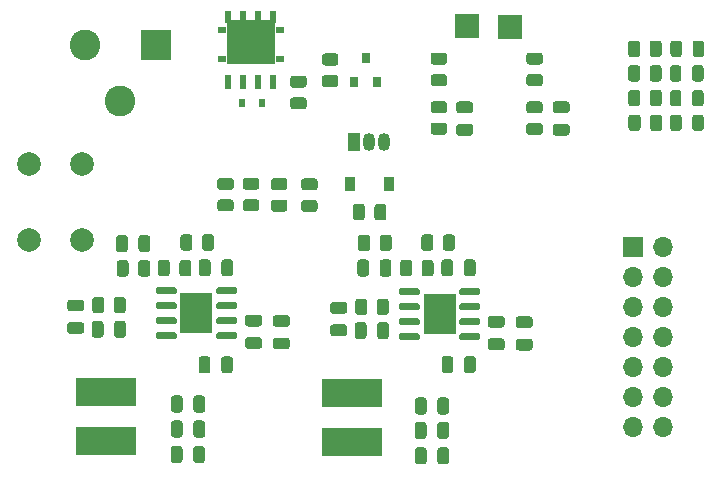
<source format=gts>
%TF.GenerationSoftware,KiCad,Pcbnew,(5.1.10)-1*%
%TF.CreationDate,2021-08-21T14:03:18+05:30*%
%TF.ProjectId,5V_DC-DC_Converter,35565f44-432d-4444-935f-436f6e766572,v01*%
%TF.SameCoordinates,Original*%
%TF.FileFunction,Soldermask,Top*%
%TF.FilePolarity,Negative*%
%FSLAX46Y46*%
G04 Gerber Fmt 4.6, Leading zero omitted, Abs format (unit mm)*
G04 Created by KiCad (PCBNEW (5.1.10)-1) date 2021-08-21 14:03:18*
%MOMM*%
%LPD*%
G01*
G04 APERTURE LIST*
%ADD10R,0.610000X1.270000*%
%ADD11R,0.755000X0.600000*%
%ADD12R,4.100000X3.810000*%
%ADD13R,0.610000X1.020000*%
%ADD14C,2.000000*%
%ADD15R,5.100000X2.350000*%
%ADD16R,0.600000X0.800000*%
%ADD17R,2.000000X2.000000*%
%ADD18R,0.800000X0.900000*%
%ADD19R,1.050000X1.500000*%
%ADD20O,1.050000X1.500000*%
%ADD21R,0.900000X1.200000*%
%ADD22O,1.700000X1.700000*%
%ADD23R,1.700000X1.700000*%
%ADD24C,2.600000*%
%ADD25R,2.600000X2.600000*%
%ADD26R,2.710000X3.400000*%
G04 APERTURE END LIST*
D10*
%TO.C,PMOS1*%
X137949940Y-86304580D03*
X136679940Y-86304580D03*
X135409940Y-86304580D03*
D11*
X133629400Y-84373720D03*
D12*
X136044940Y-82944580D03*
D10*
X134139940Y-86304580D03*
D13*
X135409940Y-80839580D03*
X137949940Y-80839580D03*
X134139940Y-80839580D03*
X136679940Y-80839580D03*
D11*
X133626860Y-81919520D03*
X138470640Y-81943640D03*
X138468100Y-84368980D03*
%TD*%
D14*
%TO.C,SW1*%
X121766720Y-99715320D03*
X117266720Y-99715320D03*
X121766720Y-93215320D03*
X117266720Y-93215320D03*
%TD*%
D15*
%TO.C,L2*%
X123736100Y-112529980D03*
X123736100Y-116679980D03*
%TD*%
%TO.C,L1*%
X144584420Y-116779040D03*
X144584420Y-112629040D03*
%TD*%
D16*
%TO.C,Z1*%
X135255900Y-88132920D03*
X136955900Y-88132920D03*
%TD*%
D17*
%TO.C,GND*%
X157982920Y-81643220D03*
%TD*%
%TO.C,+ve*%
X154383740Y-81602580D03*
%TD*%
%TO.C,R21*%
G36*
G01*
X131895800Y-100350741D02*
X131895800Y-99450739D01*
G75*
G02*
X132145799Y-99200740I249999J0D01*
G01*
X132670801Y-99200740D01*
G75*
G02*
X132920800Y-99450739I0J-249999D01*
G01*
X132920800Y-100350741D01*
G75*
G02*
X132670801Y-100600740I-249999J0D01*
G01*
X132145799Y-100600740D01*
G75*
G02*
X131895800Y-100350741I0J249999D01*
G01*
G37*
G36*
G01*
X130070800Y-100350741D02*
X130070800Y-99450739D01*
G75*
G02*
X130320799Y-99200740I249999J0D01*
G01*
X130845801Y-99200740D01*
G75*
G02*
X131095800Y-99450739I0J-249999D01*
G01*
X131095800Y-100350741D01*
G75*
G02*
X130845801Y-100600740I-249999J0D01*
G01*
X130320799Y-100600740D01*
G75*
G02*
X130070800Y-100350741I0J249999D01*
G01*
G37*
%TD*%
%TO.C,R20*%
G36*
G01*
X152295180Y-100365981D02*
X152295180Y-99465979D01*
G75*
G02*
X152545179Y-99215980I249999J0D01*
G01*
X153070181Y-99215980D01*
G75*
G02*
X153320180Y-99465979I0J-249999D01*
G01*
X153320180Y-100365981D01*
G75*
G02*
X153070181Y-100615980I-249999J0D01*
G01*
X152545179Y-100615980D01*
G75*
G02*
X152295180Y-100365981I0J249999D01*
G01*
G37*
G36*
G01*
X150470180Y-100365981D02*
X150470180Y-99465979D01*
G75*
G02*
X150720179Y-99215980I249999J0D01*
G01*
X151245181Y-99215980D01*
G75*
G02*
X151495180Y-99465979I0J-249999D01*
G01*
X151495180Y-100365981D01*
G75*
G02*
X151245181Y-100615980I-249999J0D01*
G01*
X150720179Y-100615980D01*
G75*
G02*
X150470180Y-100365981I0J249999D01*
G01*
G37*
%TD*%
D18*
%TO.C,Q1*%
X144800280Y-86308440D03*
X146700280Y-86308440D03*
X145750280Y-84308440D03*
%TD*%
%TO.C,R14*%
G36*
G01*
X169019400Y-87223179D02*
X169019400Y-88123181D01*
G75*
G02*
X168769401Y-88373180I-249999J0D01*
G01*
X168244399Y-88373180D01*
G75*
G02*
X167994400Y-88123181I0J249999D01*
G01*
X167994400Y-87223179D01*
G75*
G02*
X168244399Y-86973180I249999J0D01*
G01*
X168769401Y-86973180D01*
G75*
G02*
X169019400Y-87223179I0J-249999D01*
G01*
G37*
G36*
G01*
X170844400Y-87223179D02*
X170844400Y-88123181D01*
G75*
G02*
X170594401Y-88373180I-249999J0D01*
G01*
X170069399Y-88373180D01*
G75*
G02*
X169819400Y-88123181I0J249999D01*
G01*
X169819400Y-87223179D01*
G75*
G02*
X170069399Y-86973180I249999J0D01*
G01*
X170594401Y-86973180D01*
G75*
G02*
X170844400Y-87223179I0J-249999D01*
G01*
G37*
%TD*%
%TO.C,D4*%
G36*
G01*
X172501400Y-87229630D02*
X172501400Y-88142130D01*
G75*
G02*
X172257650Y-88385880I-243750J0D01*
G01*
X171770150Y-88385880D01*
G75*
G02*
X171526400Y-88142130I0J243750D01*
G01*
X171526400Y-87229630D01*
G75*
G02*
X171770150Y-86985880I243750J0D01*
G01*
X172257650Y-86985880D01*
G75*
G02*
X172501400Y-87229630I0J-243750D01*
G01*
G37*
G36*
G01*
X174376400Y-87229630D02*
X174376400Y-88142130D01*
G75*
G02*
X174132650Y-88385880I-243750J0D01*
G01*
X173645150Y-88385880D01*
G75*
G02*
X173401400Y-88142130I0J243750D01*
G01*
X173401400Y-87229630D01*
G75*
G02*
X173645150Y-86985880I243750J0D01*
G01*
X174132650Y-86985880D01*
G75*
G02*
X174376400Y-87229630I0J-243750D01*
G01*
G37*
%TD*%
%TO.C,R7*%
G36*
G01*
X169004460Y-85132759D02*
X169004460Y-86032761D01*
G75*
G02*
X168754461Y-86282760I-249999J0D01*
G01*
X168229459Y-86282760D01*
G75*
G02*
X167979460Y-86032761I0J249999D01*
G01*
X167979460Y-85132759D01*
G75*
G02*
X168229459Y-84882760I249999J0D01*
G01*
X168754461Y-84882760D01*
G75*
G02*
X169004460Y-85132759I0J-249999D01*
G01*
G37*
G36*
G01*
X170829460Y-85132759D02*
X170829460Y-86032761D01*
G75*
G02*
X170579461Y-86282760I-249999J0D01*
G01*
X170054459Y-86282760D01*
G75*
G02*
X169804460Y-86032761I0J249999D01*
G01*
X169804460Y-85132759D01*
G75*
G02*
X170054459Y-84882760I249999J0D01*
G01*
X170579461Y-84882760D01*
G75*
G02*
X170829460Y-85132759I0J-249999D01*
G01*
G37*
%TD*%
%TO.C,R16*%
G36*
G01*
X168999780Y-83057379D02*
X168999780Y-83957381D01*
G75*
G02*
X168749781Y-84207380I-249999J0D01*
G01*
X168224779Y-84207380D01*
G75*
G02*
X167974780Y-83957381I0J249999D01*
G01*
X167974780Y-83057379D01*
G75*
G02*
X168224779Y-82807380I249999J0D01*
G01*
X168749781Y-82807380D01*
G75*
G02*
X168999780Y-83057379I0J-249999D01*
G01*
G37*
G36*
G01*
X170824780Y-83057379D02*
X170824780Y-83957381D01*
G75*
G02*
X170574781Y-84207380I-249999J0D01*
G01*
X170049779Y-84207380D01*
G75*
G02*
X169799780Y-83957381I0J249999D01*
G01*
X169799780Y-83057379D01*
G75*
G02*
X170049779Y-82807380I249999J0D01*
G01*
X170574781Y-82807380D01*
G75*
G02*
X170824780Y-83057379I0J-249999D01*
G01*
G37*
%TD*%
%TO.C,R15*%
G36*
G01*
X169034940Y-89323759D02*
X169034940Y-90223761D01*
G75*
G02*
X168784941Y-90473760I-249999J0D01*
G01*
X168259939Y-90473760D01*
G75*
G02*
X168009940Y-90223761I0J249999D01*
G01*
X168009940Y-89323759D01*
G75*
G02*
X168259939Y-89073760I249999J0D01*
G01*
X168784941Y-89073760D01*
G75*
G02*
X169034940Y-89323759I0J-249999D01*
G01*
G37*
G36*
G01*
X170859940Y-89323759D02*
X170859940Y-90223761D01*
G75*
G02*
X170609941Y-90473760I-249999J0D01*
G01*
X170084939Y-90473760D01*
G75*
G02*
X169834940Y-90223761I0J249999D01*
G01*
X169834940Y-89323759D01*
G75*
G02*
X170084939Y-89073760I249999J0D01*
G01*
X170609941Y-89073760D01*
G75*
G02*
X170859940Y-89323759I0J-249999D01*
G01*
G37*
%TD*%
%TO.C,D2*%
G36*
G01*
X172543780Y-83051130D02*
X172543780Y-83963630D01*
G75*
G02*
X172300030Y-84207380I-243750J0D01*
G01*
X171812530Y-84207380D01*
G75*
G02*
X171568780Y-83963630I0J243750D01*
G01*
X171568780Y-83051130D01*
G75*
G02*
X171812530Y-82807380I243750J0D01*
G01*
X172300030Y-82807380D01*
G75*
G02*
X172543780Y-83051130I0J-243750D01*
G01*
G37*
G36*
G01*
X174418780Y-83051130D02*
X174418780Y-83963630D01*
G75*
G02*
X174175030Y-84207380I-243750J0D01*
G01*
X173687530Y-84207380D01*
G75*
G02*
X173443780Y-83963630I0J243750D01*
G01*
X173443780Y-83051130D01*
G75*
G02*
X173687530Y-82807380I243750J0D01*
G01*
X174175030Y-82807380D01*
G75*
G02*
X174418780Y-83051130I0J-243750D01*
G01*
G37*
%TD*%
%TO.C,D5*%
G36*
G01*
X172511940Y-89317510D02*
X172511940Y-90230010D01*
G75*
G02*
X172268190Y-90473760I-243750J0D01*
G01*
X171780690Y-90473760D01*
G75*
G02*
X171536940Y-90230010I0J243750D01*
G01*
X171536940Y-89317510D01*
G75*
G02*
X171780690Y-89073760I243750J0D01*
G01*
X172268190Y-89073760D01*
G75*
G02*
X172511940Y-89317510I0J-243750D01*
G01*
G37*
G36*
G01*
X174386940Y-89317510D02*
X174386940Y-90230010D01*
G75*
G02*
X174143190Y-90473760I-243750J0D01*
G01*
X173655690Y-90473760D01*
G75*
G02*
X173411940Y-90230010I0J243750D01*
G01*
X173411940Y-89317510D01*
G75*
G02*
X173655690Y-89073760I243750J0D01*
G01*
X174143190Y-89073760D01*
G75*
G02*
X174386940Y-89317510I0J-243750D01*
G01*
G37*
%TD*%
%TO.C,D3*%
G36*
G01*
X172498460Y-85129010D02*
X172498460Y-86041510D01*
G75*
G02*
X172254710Y-86285260I-243750J0D01*
G01*
X171767210Y-86285260D01*
G75*
G02*
X171523460Y-86041510I0J243750D01*
G01*
X171523460Y-85129010D01*
G75*
G02*
X171767210Y-84885260I243750J0D01*
G01*
X172254710Y-84885260D01*
G75*
G02*
X172498460Y-85129010I0J-243750D01*
G01*
G37*
G36*
G01*
X174373460Y-85129010D02*
X174373460Y-86041510D01*
G75*
G02*
X174129710Y-86285260I-243750J0D01*
G01*
X173642210Y-86285260D01*
G75*
G02*
X173398460Y-86041510I0J243750D01*
G01*
X173398460Y-85129010D01*
G75*
G02*
X173642210Y-84885260I243750J0D01*
G01*
X174129710Y-84885260D01*
G75*
G02*
X174373460Y-85129010I0J-243750D01*
G01*
G37*
%TD*%
%TO.C,R9*%
G36*
G01*
X135605139Y-96251960D02*
X136505141Y-96251960D01*
G75*
G02*
X136755140Y-96501959I0J-249999D01*
G01*
X136755140Y-97026961D01*
G75*
G02*
X136505141Y-97276960I-249999J0D01*
G01*
X135605139Y-97276960D01*
G75*
G02*
X135355140Y-97026961I0J249999D01*
G01*
X135355140Y-96501959D01*
G75*
G02*
X135605139Y-96251960I249999J0D01*
G01*
G37*
G36*
G01*
X135605139Y-94426960D02*
X136505141Y-94426960D01*
G75*
G02*
X136755140Y-94676959I0J-249999D01*
G01*
X136755140Y-95201961D01*
G75*
G02*
X136505141Y-95451960I-249999J0D01*
G01*
X135605139Y-95451960D01*
G75*
G02*
X135355140Y-95201961I0J249999D01*
G01*
X135355140Y-94676959D01*
G75*
G02*
X135605139Y-94426960I249999J0D01*
G01*
G37*
%TD*%
%TO.C,R8*%
G36*
G01*
X134346141Y-95451960D02*
X133446139Y-95451960D01*
G75*
G02*
X133196140Y-95201961I0J249999D01*
G01*
X133196140Y-94676959D01*
G75*
G02*
X133446139Y-94426960I249999J0D01*
G01*
X134346141Y-94426960D01*
G75*
G02*
X134596140Y-94676959I0J-249999D01*
G01*
X134596140Y-95201961D01*
G75*
G02*
X134346141Y-95451960I-249999J0D01*
G01*
G37*
G36*
G01*
X134346141Y-97276960D02*
X133446139Y-97276960D01*
G75*
G02*
X133196140Y-97026961I0J249999D01*
G01*
X133196140Y-96501959D01*
G75*
G02*
X133446139Y-96251960I249999J0D01*
G01*
X134346141Y-96251960D01*
G75*
G02*
X134596140Y-96501959I0J-249999D01*
G01*
X134596140Y-97026961D01*
G75*
G02*
X134346141Y-97276960I-249999J0D01*
G01*
G37*
%TD*%
%TO.C,C10*%
G36*
G01*
X161833540Y-89855420D02*
X162783540Y-89855420D01*
G75*
G02*
X163033540Y-90105420I0J-250000D01*
G01*
X163033540Y-90605420D01*
G75*
G02*
X162783540Y-90855420I-250000J0D01*
G01*
X161833540Y-90855420D01*
G75*
G02*
X161583540Y-90605420I0J250000D01*
G01*
X161583540Y-90105420D01*
G75*
G02*
X161833540Y-89855420I250000J0D01*
G01*
G37*
G36*
G01*
X161833540Y-87955420D02*
X162783540Y-87955420D01*
G75*
G02*
X163033540Y-88205420I0J-250000D01*
G01*
X163033540Y-88705420D01*
G75*
G02*
X162783540Y-88955420I-250000J0D01*
G01*
X161833540Y-88955420D01*
G75*
G02*
X161583540Y-88705420I0J250000D01*
G01*
X161583540Y-88205420D01*
G75*
G02*
X161833540Y-87955420I250000J0D01*
G01*
G37*
%TD*%
%TO.C,R17*%
G36*
G01*
X159620799Y-85647480D02*
X160520801Y-85647480D01*
G75*
G02*
X160770800Y-85897479I0J-249999D01*
G01*
X160770800Y-86422481D01*
G75*
G02*
X160520801Y-86672480I-249999J0D01*
G01*
X159620799Y-86672480D01*
G75*
G02*
X159370800Y-86422481I0J249999D01*
G01*
X159370800Y-85897479D01*
G75*
G02*
X159620799Y-85647480I249999J0D01*
G01*
G37*
G36*
G01*
X159620799Y-83822480D02*
X160520801Y-83822480D01*
G75*
G02*
X160770800Y-84072479I0J-249999D01*
G01*
X160770800Y-84597481D01*
G75*
G02*
X160520801Y-84847480I-249999J0D01*
G01*
X159620799Y-84847480D01*
G75*
G02*
X159370800Y-84597481I0J249999D01*
G01*
X159370800Y-84072479D01*
G75*
G02*
X159620799Y-83822480I249999J0D01*
G01*
G37*
%TD*%
%TO.C,R18*%
G36*
G01*
X159613179Y-89779420D02*
X160513181Y-89779420D01*
G75*
G02*
X160763180Y-90029419I0J-249999D01*
G01*
X160763180Y-90554421D01*
G75*
G02*
X160513181Y-90804420I-249999J0D01*
G01*
X159613179Y-90804420D01*
G75*
G02*
X159363180Y-90554421I0J249999D01*
G01*
X159363180Y-90029419D01*
G75*
G02*
X159613179Y-89779420I249999J0D01*
G01*
G37*
G36*
G01*
X159613179Y-87954420D02*
X160513181Y-87954420D01*
G75*
G02*
X160763180Y-88204419I0J-249999D01*
G01*
X160763180Y-88729421D01*
G75*
G02*
X160513181Y-88979420I-249999J0D01*
G01*
X159613179Y-88979420D01*
G75*
G02*
X159363180Y-88729421I0J249999D01*
G01*
X159363180Y-88204419D01*
G75*
G02*
X159613179Y-87954420I249999J0D01*
G01*
G37*
%TD*%
D19*
%TO.C,Q2*%
X144815560Y-91351100D03*
D20*
X147355560Y-91351100D03*
X146085560Y-91351100D03*
%TD*%
%TO.C,R13*%
G36*
G01*
X138890161Y-95466580D02*
X137990159Y-95466580D01*
G75*
G02*
X137740160Y-95216581I0J249999D01*
G01*
X137740160Y-94691579D01*
G75*
G02*
X137990159Y-94441580I249999J0D01*
G01*
X138890161Y-94441580D01*
G75*
G02*
X139140160Y-94691579I0J-249999D01*
G01*
X139140160Y-95216581D01*
G75*
G02*
X138890161Y-95466580I-249999J0D01*
G01*
G37*
G36*
G01*
X138890161Y-97291580D02*
X137990159Y-97291580D01*
G75*
G02*
X137740160Y-97041581I0J249999D01*
G01*
X137740160Y-96516579D01*
G75*
G02*
X137990159Y-96266580I249999J0D01*
G01*
X138890161Y-96266580D01*
G75*
G02*
X139140160Y-96516579I0J-249999D01*
G01*
X139140160Y-97041581D01*
G75*
G02*
X138890161Y-97291580I-249999J0D01*
G01*
G37*
%TD*%
%TO.C,R19*%
G36*
G01*
X141445401Y-95491980D02*
X140545399Y-95491980D01*
G75*
G02*
X140295400Y-95241981I0J249999D01*
G01*
X140295400Y-94716979D01*
G75*
G02*
X140545399Y-94466980I249999J0D01*
G01*
X141445401Y-94466980D01*
G75*
G02*
X141695400Y-94716979I0J-249999D01*
G01*
X141695400Y-95241981D01*
G75*
G02*
X141445401Y-95491980I-249999J0D01*
G01*
G37*
G36*
G01*
X141445401Y-97316980D02*
X140545399Y-97316980D01*
G75*
G02*
X140295400Y-97066981I0J249999D01*
G01*
X140295400Y-96541979D01*
G75*
G02*
X140545399Y-96291980I249999J0D01*
G01*
X141445401Y-96291980D01*
G75*
G02*
X141695400Y-96541979I0J-249999D01*
G01*
X141695400Y-97066981D01*
G75*
G02*
X141445401Y-97316980I-249999J0D01*
G01*
G37*
%TD*%
D21*
%TO.C,D1*%
X147740640Y-94957900D03*
X144440640Y-94957900D03*
%TD*%
%TO.C,R11*%
G36*
G01*
X143200541Y-84921140D02*
X142300539Y-84921140D01*
G75*
G02*
X142050540Y-84671141I0J249999D01*
G01*
X142050540Y-84146139D01*
G75*
G02*
X142300539Y-83896140I249999J0D01*
G01*
X143200541Y-83896140D01*
G75*
G02*
X143450540Y-84146139I0J-249999D01*
G01*
X143450540Y-84671141D01*
G75*
G02*
X143200541Y-84921140I-249999J0D01*
G01*
G37*
G36*
G01*
X143200541Y-86746140D02*
X142300539Y-86746140D01*
G75*
G02*
X142050540Y-86496141I0J249999D01*
G01*
X142050540Y-85971139D01*
G75*
G02*
X142300539Y-85721140I249999J0D01*
G01*
X143200541Y-85721140D01*
G75*
G02*
X143450540Y-85971139I0J-249999D01*
G01*
X143450540Y-86496141D01*
G75*
G02*
X143200541Y-86746140I-249999J0D01*
G01*
G37*
%TD*%
%TO.C,R10*%
G36*
G01*
X145700160Y-96880259D02*
X145700160Y-97780261D01*
G75*
G02*
X145450161Y-98030260I-249999J0D01*
G01*
X144925159Y-98030260D01*
G75*
G02*
X144675160Y-97780261I0J249999D01*
G01*
X144675160Y-96880259D01*
G75*
G02*
X144925159Y-96630260I249999J0D01*
G01*
X145450161Y-96630260D01*
G75*
G02*
X145700160Y-96880259I0J-249999D01*
G01*
G37*
G36*
G01*
X147525160Y-96880259D02*
X147525160Y-97780261D01*
G75*
G02*
X147275161Y-98030260I-249999J0D01*
G01*
X146750159Y-98030260D01*
G75*
G02*
X146500160Y-97780261I0J249999D01*
G01*
X146500160Y-96880259D01*
G75*
G02*
X146750159Y-96630260I249999J0D01*
G01*
X147275161Y-96630260D01*
G75*
G02*
X147525160Y-96880259I0J-249999D01*
G01*
G37*
%TD*%
%TO.C,R4*%
G36*
G01*
X151502959Y-89754660D02*
X152402961Y-89754660D01*
G75*
G02*
X152652960Y-90004659I0J-249999D01*
G01*
X152652960Y-90529661D01*
G75*
G02*
X152402961Y-90779660I-249999J0D01*
G01*
X151502959Y-90779660D01*
G75*
G02*
X151252960Y-90529661I0J249999D01*
G01*
X151252960Y-90004659D01*
G75*
G02*
X151502959Y-89754660I249999J0D01*
G01*
G37*
G36*
G01*
X151502959Y-87929660D02*
X152402961Y-87929660D01*
G75*
G02*
X152652960Y-88179659I0J-249999D01*
G01*
X152652960Y-88704661D01*
G75*
G02*
X152402961Y-88954660I-249999J0D01*
G01*
X151502959Y-88954660D01*
G75*
G02*
X151252960Y-88704661I0J249999D01*
G01*
X151252960Y-88179659D01*
G75*
G02*
X151502959Y-87929660I249999J0D01*
G01*
G37*
%TD*%
%TO.C,R3*%
G36*
G01*
X151505499Y-85647480D02*
X152405501Y-85647480D01*
G75*
G02*
X152655500Y-85897479I0J-249999D01*
G01*
X152655500Y-86422481D01*
G75*
G02*
X152405501Y-86672480I-249999J0D01*
G01*
X151505499Y-86672480D01*
G75*
G02*
X151255500Y-86422481I0J249999D01*
G01*
X151255500Y-85897479D01*
G75*
G02*
X151505499Y-85647480I249999J0D01*
G01*
G37*
G36*
G01*
X151505499Y-83822480D02*
X152405501Y-83822480D01*
G75*
G02*
X152655500Y-84072479I0J-249999D01*
G01*
X152655500Y-84597481D01*
G75*
G02*
X152405501Y-84847480I-249999J0D01*
G01*
X151505499Y-84847480D01*
G75*
G02*
X151255500Y-84597481I0J249999D01*
G01*
X151255500Y-84072479D01*
G75*
G02*
X151505499Y-83822480I249999J0D01*
G01*
G37*
%TD*%
D22*
%TO.C,J2*%
X170921560Y-115496320D03*
X168381560Y-115496320D03*
X170921560Y-112956320D03*
X168381560Y-112956320D03*
X170921560Y-110416320D03*
X168381560Y-110416320D03*
X170921560Y-107876320D03*
X168381560Y-107876320D03*
X170921560Y-105336320D03*
X168381560Y-105336320D03*
X170921560Y-102796320D03*
X168381560Y-102796320D03*
X170921560Y-100256320D03*
D23*
X168381560Y-100256320D03*
%TD*%
%TO.C,C1*%
G36*
G01*
X158711880Y-108049480D02*
X159661880Y-108049480D01*
G75*
G02*
X159911880Y-108299480I0J-250000D01*
G01*
X159911880Y-108799480D01*
G75*
G02*
X159661880Y-109049480I-250000J0D01*
G01*
X158711880Y-109049480D01*
G75*
G02*
X158461880Y-108799480I0J250000D01*
G01*
X158461880Y-108299480D01*
G75*
G02*
X158711880Y-108049480I250000J0D01*
G01*
G37*
G36*
G01*
X158711880Y-106149480D02*
X159661880Y-106149480D01*
G75*
G02*
X159911880Y-106399480I0J-250000D01*
G01*
X159911880Y-106899480D01*
G75*
G02*
X159661880Y-107149480I-250000J0D01*
G01*
X158711880Y-107149480D01*
G75*
G02*
X158461880Y-106899480I0J250000D01*
G01*
X158461880Y-106399480D01*
G75*
G02*
X158711880Y-106149480I250000J0D01*
G01*
G37*
%TD*%
%TO.C,C2*%
G36*
G01*
X156333940Y-108024240D02*
X157283940Y-108024240D01*
G75*
G02*
X157533940Y-108274240I0J-250000D01*
G01*
X157533940Y-108774240D01*
G75*
G02*
X157283940Y-109024240I-250000J0D01*
G01*
X156333940Y-109024240D01*
G75*
G02*
X156083940Y-108774240I0J250000D01*
G01*
X156083940Y-108274240D01*
G75*
G02*
X156333940Y-108024240I250000J0D01*
G01*
G37*
G36*
G01*
X156333940Y-106124240D02*
X157283940Y-106124240D01*
G75*
G02*
X157533940Y-106374240I0J-250000D01*
G01*
X157533940Y-106874240D01*
G75*
G02*
X157283940Y-107124240I-250000J0D01*
G01*
X156333940Y-107124240D01*
G75*
G02*
X156083940Y-106874240I0J250000D01*
G01*
X156083940Y-106374240D01*
G75*
G02*
X156333940Y-106124240I250000J0D01*
G01*
G37*
%TD*%
%TO.C,C3*%
G36*
G01*
X153184940Y-109766240D02*
X153184940Y-110716240D01*
G75*
G02*
X152934940Y-110966240I-250000J0D01*
G01*
X152434940Y-110966240D01*
G75*
G02*
X152184940Y-110716240I0J250000D01*
G01*
X152184940Y-109766240D01*
G75*
G02*
X152434940Y-109516240I250000J0D01*
G01*
X152934940Y-109516240D01*
G75*
G02*
X153184940Y-109766240I0J-250000D01*
G01*
G37*
G36*
G01*
X155084940Y-109766240D02*
X155084940Y-110716240D01*
G75*
G02*
X154834940Y-110966240I-250000J0D01*
G01*
X154334940Y-110966240D01*
G75*
G02*
X154084940Y-110716240I0J250000D01*
G01*
X154084940Y-109766240D01*
G75*
G02*
X154334940Y-109516240I250000J0D01*
G01*
X154834940Y-109516240D01*
G75*
G02*
X155084940Y-109766240I0J-250000D01*
G01*
G37*
%TD*%
%TO.C,C4*%
G36*
G01*
X145046940Y-102537240D02*
X145046940Y-101587240D01*
G75*
G02*
X145296940Y-101337240I250000J0D01*
G01*
X145796940Y-101337240D01*
G75*
G02*
X146046940Y-101587240I0J-250000D01*
G01*
X146046940Y-102537240D01*
G75*
G02*
X145796940Y-102787240I-250000J0D01*
G01*
X145296940Y-102787240D01*
G75*
G02*
X145046940Y-102537240I0J250000D01*
G01*
G37*
G36*
G01*
X146946940Y-102537240D02*
X146946940Y-101587240D01*
G75*
G02*
X147196940Y-101337240I250000J0D01*
G01*
X147696940Y-101337240D01*
G75*
G02*
X147946940Y-101587240I0J-250000D01*
G01*
X147946940Y-102537240D01*
G75*
G02*
X147696940Y-102787240I-250000J0D01*
G01*
X147196940Y-102787240D01*
G75*
G02*
X146946940Y-102537240I0J250000D01*
G01*
G37*
%TD*%
%TO.C,C5*%
G36*
G01*
X146733480Y-107837920D02*
X146733480Y-106887920D01*
G75*
G02*
X146983480Y-106637920I250000J0D01*
G01*
X147483480Y-106637920D01*
G75*
G02*
X147733480Y-106887920I0J-250000D01*
G01*
X147733480Y-107837920D01*
G75*
G02*
X147483480Y-108087920I-250000J0D01*
G01*
X146983480Y-108087920D01*
G75*
G02*
X146733480Y-107837920I0J250000D01*
G01*
G37*
G36*
G01*
X144833480Y-107837920D02*
X144833480Y-106887920D01*
G75*
G02*
X145083480Y-106637920I250000J0D01*
G01*
X145583480Y-106637920D01*
G75*
G02*
X145833480Y-106887920I0J-250000D01*
G01*
X145833480Y-107837920D01*
G75*
G02*
X145583480Y-108087920I-250000J0D01*
G01*
X145083480Y-108087920D01*
G75*
G02*
X144833480Y-107837920I0J250000D01*
G01*
G37*
%TD*%
%TO.C,C6*%
G36*
G01*
X143002480Y-106834920D02*
X143952480Y-106834920D01*
G75*
G02*
X144202480Y-107084920I0J-250000D01*
G01*
X144202480Y-107584920D01*
G75*
G02*
X143952480Y-107834920I-250000J0D01*
G01*
X143002480Y-107834920D01*
G75*
G02*
X142752480Y-107584920I0J250000D01*
G01*
X142752480Y-107084920D01*
G75*
G02*
X143002480Y-106834920I250000J0D01*
G01*
G37*
G36*
G01*
X143002480Y-104934920D02*
X143952480Y-104934920D01*
G75*
G02*
X144202480Y-105184920I0J-250000D01*
G01*
X144202480Y-105684920D01*
G75*
G02*
X143952480Y-105934920I-250000J0D01*
G01*
X143002480Y-105934920D01*
G75*
G02*
X142752480Y-105684920I0J250000D01*
G01*
X142752480Y-105184920D01*
G75*
G02*
X143002480Y-104934920I250000J0D01*
G01*
G37*
%TD*%
%TO.C,C7*%
G36*
G01*
X135796500Y-107917000D02*
X136746500Y-107917000D01*
G75*
G02*
X136996500Y-108167000I0J-250000D01*
G01*
X136996500Y-108667000D01*
G75*
G02*
X136746500Y-108917000I-250000J0D01*
G01*
X135796500Y-108917000D01*
G75*
G02*
X135546500Y-108667000I0J250000D01*
G01*
X135546500Y-108167000D01*
G75*
G02*
X135796500Y-107917000I250000J0D01*
G01*
G37*
G36*
G01*
X135796500Y-106017000D02*
X136746500Y-106017000D01*
G75*
G02*
X136996500Y-106267000I0J-250000D01*
G01*
X136996500Y-106767000D01*
G75*
G02*
X136746500Y-107017000I-250000J0D01*
G01*
X135796500Y-107017000D01*
G75*
G02*
X135546500Y-106767000I0J250000D01*
G01*
X135546500Y-106267000D01*
G75*
G02*
X135796500Y-106017000I250000J0D01*
G01*
G37*
%TD*%
%TO.C,C8*%
G36*
G01*
X138145500Y-107955000D02*
X139095500Y-107955000D01*
G75*
G02*
X139345500Y-108205000I0J-250000D01*
G01*
X139345500Y-108705000D01*
G75*
G02*
X139095500Y-108955000I-250000J0D01*
G01*
X138145500Y-108955000D01*
G75*
G02*
X137895500Y-108705000I0J250000D01*
G01*
X137895500Y-108205000D01*
G75*
G02*
X138145500Y-107955000I250000J0D01*
G01*
G37*
G36*
G01*
X138145500Y-106055000D02*
X139095500Y-106055000D01*
G75*
G02*
X139345500Y-106305000I0J-250000D01*
G01*
X139345500Y-106805000D01*
G75*
G02*
X139095500Y-107055000I-250000J0D01*
G01*
X138145500Y-107055000D01*
G75*
G02*
X137895500Y-106805000I0J250000D01*
G01*
X137895500Y-106305000D01*
G75*
G02*
X138145500Y-106055000I250000J0D01*
G01*
G37*
%TD*%
%TO.C,C52*%
G36*
G01*
X124465500Y-107726000D02*
X124465500Y-106776000D01*
G75*
G02*
X124715500Y-106526000I250000J0D01*
G01*
X125215500Y-106526000D01*
G75*
G02*
X125465500Y-106776000I0J-250000D01*
G01*
X125465500Y-107726000D01*
G75*
G02*
X125215500Y-107976000I-250000J0D01*
G01*
X124715500Y-107976000D01*
G75*
G02*
X124465500Y-107726000I0J250000D01*
G01*
G37*
G36*
G01*
X122565500Y-107726000D02*
X122565500Y-106776000D01*
G75*
G02*
X122815500Y-106526000I250000J0D01*
G01*
X123315500Y-106526000D01*
G75*
G02*
X123565500Y-106776000I0J-250000D01*
G01*
X123565500Y-107726000D01*
G75*
G02*
X123315500Y-107976000I-250000J0D01*
G01*
X122815500Y-107976000D01*
G75*
G02*
X122565500Y-107726000I0J250000D01*
G01*
G37*
%TD*%
%TO.C,C32*%
G36*
G01*
X132620500Y-109786000D02*
X132620500Y-110736000D01*
G75*
G02*
X132370500Y-110986000I-250000J0D01*
G01*
X131870500Y-110986000D01*
G75*
G02*
X131620500Y-110736000I0J250000D01*
G01*
X131620500Y-109786000D01*
G75*
G02*
X131870500Y-109536000I250000J0D01*
G01*
X132370500Y-109536000D01*
G75*
G02*
X132620500Y-109786000I0J-250000D01*
G01*
G37*
G36*
G01*
X134520500Y-109786000D02*
X134520500Y-110736000D01*
G75*
G02*
X134270500Y-110986000I-250000J0D01*
G01*
X133770500Y-110986000D01*
G75*
G02*
X133520500Y-110736000I0J250000D01*
G01*
X133520500Y-109786000D01*
G75*
G02*
X133770500Y-109536000I250000J0D01*
G01*
X134270500Y-109536000D01*
G75*
G02*
X134520500Y-109786000I0J-250000D01*
G01*
G37*
%TD*%
%TO.C,C62*%
G36*
G01*
X120733500Y-106635000D02*
X121683500Y-106635000D01*
G75*
G02*
X121933500Y-106885000I0J-250000D01*
G01*
X121933500Y-107385000D01*
G75*
G02*
X121683500Y-107635000I-250000J0D01*
G01*
X120733500Y-107635000D01*
G75*
G02*
X120483500Y-107385000I0J250000D01*
G01*
X120483500Y-106885000D01*
G75*
G02*
X120733500Y-106635000I250000J0D01*
G01*
G37*
G36*
G01*
X120733500Y-104735000D02*
X121683500Y-104735000D01*
G75*
G02*
X121933500Y-104985000I0J-250000D01*
G01*
X121933500Y-105485000D01*
G75*
G02*
X121683500Y-105735000I-250000J0D01*
G01*
X120733500Y-105735000D01*
G75*
G02*
X120483500Y-105485000I0J250000D01*
G01*
X120483500Y-104985000D01*
G75*
G02*
X120733500Y-104735000I250000J0D01*
G01*
G37*
%TD*%
%TO.C,C42*%
G36*
G01*
X126522500Y-100475000D02*
X126522500Y-99525000D01*
G75*
G02*
X126772500Y-99275000I250000J0D01*
G01*
X127272500Y-99275000D01*
G75*
G02*
X127522500Y-99525000I0J-250000D01*
G01*
X127522500Y-100475000D01*
G75*
G02*
X127272500Y-100725000I-250000J0D01*
G01*
X126772500Y-100725000D01*
G75*
G02*
X126522500Y-100475000I0J250000D01*
G01*
G37*
G36*
G01*
X124622500Y-100475000D02*
X124622500Y-99525000D01*
G75*
G02*
X124872500Y-99275000I250000J0D01*
G01*
X125372500Y-99275000D01*
G75*
G02*
X125622500Y-99525000I0J-250000D01*
G01*
X125622500Y-100475000D01*
G75*
G02*
X125372500Y-100725000I-250000J0D01*
G01*
X124872500Y-100725000D01*
G75*
G02*
X124622500Y-100475000I0J250000D01*
G01*
G37*
%TD*%
%TO.C,C11*%
G36*
G01*
X131158500Y-118331000D02*
X131158500Y-117381000D01*
G75*
G02*
X131408500Y-117131000I250000J0D01*
G01*
X131908500Y-117131000D01*
G75*
G02*
X132158500Y-117381000I0J-250000D01*
G01*
X132158500Y-118331000D01*
G75*
G02*
X131908500Y-118581000I-250000J0D01*
G01*
X131408500Y-118581000D01*
G75*
G02*
X131158500Y-118331000I0J250000D01*
G01*
G37*
G36*
G01*
X129258500Y-118331000D02*
X129258500Y-117381000D01*
G75*
G02*
X129508500Y-117131000I250000J0D01*
G01*
X130008500Y-117131000D01*
G75*
G02*
X130258500Y-117381000I0J-250000D01*
G01*
X130258500Y-118331000D01*
G75*
G02*
X130008500Y-118581000I-250000J0D01*
G01*
X129508500Y-118581000D01*
G75*
G02*
X129258500Y-118331000I0J250000D01*
G01*
G37*
%TD*%
%TO.C,C12*%
G36*
G01*
X131183500Y-116172000D02*
X131183500Y-115222000D01*
G75*
G02*
X131433500Y-114972000I250000J0D01*
G01*
X131933500Y-114972000D01*
G75*
G02*
X132183500Y-115222000I0J-250000D01*
G01*
X132183500Y-116172000D01*
G75*
G02*
X131933500Y-116422000I-250000J0D01*
G01*
X131433500Y-116422000D01*
G75*
G02*
X131183500Y-116172000I0J250000D01*
G01*
G37*
G36*
G01*
X129283500Y-116172000D02*
X129283500Y-115222000D01*
G75*
G02*
X129533500Y-114972000I250000J0D01*
G01*
X130033500Y-114972000D01*
G75*
G02*
X130283500Y-115222000I0J-250000D01*
G01*
X130283500Y-116172000D01*
G75*
G02*
X130033500Y-116422000I-250000J0D01*
G01*
X129533500Y-116422000D01*
G75*
G02*
X129283500Y-116172000I0J250000D01*
G01*
G37*
%TD*%
%TO.C,C13*%
G36*
G01*
X131183500Y-114051000D02*
X131183500Y-113101000D01*
G75*
G02*
X131433500Y-112851000I250000J0D01*
G01*
X131933500Y-112851000D01*
G75*
G02*
X132183500Y-113101000I0J-250000D01*
G01*
X132183500Y-114051000D01*
G75*
G02*
X131933500Y-114301000I-250000J0D01*
G01*
X131433500Y-114301000D01*
G75*
G02*
X131183500Y-114051000I0J250000D01*
G01*
G37*
G36*
G01*
X129283500Y-114051000D02*
X129283500Y-113101000D01*
G75*
G02*
X129533500Y-112851000I250000J0D01*
G01*
X130033500Y-112851000D01*
G75*
G02*
X130283500Y-113101000I0J-250000D01*
G01*
X130283500Y-114051000D01*
G75*
G02*
X130033500Y-114301000I-250000J0D01*
G01*
X129533500Y-114301000D01*
G75*
G02*
X129283500Y-114051000I0J250000D01*
G01*
G37*
%TD*%
%TO.C,C21*%
G36*
G01*
X151823940Y-118437240D02*
X151823940Y-117487240D01*
G75*
G02*
X152073940Y-117237240I250000J0D01*
G01*
X152573940Y-117237240D01*
G75*
G02*
X152823940Y-117487240I0J-250000D01*
G01*
X152823940Y-118437240D01*
G75*
G02*
X152573940Y-118687240I-250000J0D01*
G01*
X152073940Y-118687240D01*
G75*
G02*
X151823940Y-118437240I0J250000D01*
G01*
G37*
G36*
G01*
X149923940Y-118437240D02*
X149923940Y-117487240D01*
G75*
G02*
X150173940Y-117237240I250000J0D01*
G01*
X150673940Y-117237240D01*
G75*
G02*
X150923940Y-117487240I0J-250000D01*
G01*
X150923940Y-118437240D01*
G75*
G02*
X150673940Y-118687240I-250000J0D01*
G01*
X150173940Y-118687240D01*
G75*
G02*
X149923940Y-118437240I0J250000D01*
G01*
G37*
%TD*%
%TO.C,C22*%
G36*
G01*
X151823940Y-116291240D02*
X151823940Y-115341240D01*
G75*
G02*
X152073940Y-115091240I250000J0D01*
G01*
X152573940Y-115091240D01*
G75*
G02*
X152823940Y-115341240I0J-250000D01*
G01*
X152823940Y-116291240D01*
G75*
G02*
X152573940Y-116541240I-250000J0D01*
G01*
X152073940Y-116541240D01*
G75*
G02*
X151823940Y-116291240I0J250000D01*
G01*
G37*
G36*
G01*
X149923940Y-116291240D02*
X149923940Y-115341240D01*
G75*
G02*
X150173940Y-115091240I250000J0D01*
G01*
X150673940Y-115091240D01*
G75*
G02*
X150923940Y-115341240I0J-250000D01*
G01*
X150923940Y-116291240D01*
G75*
G02*
X150673940Y-116541240I-250000J0D01*
G01*
X150173940Y-116541240D01*
G75*
G02*
X149923940Y-116291240I0J250000D01*
G01*
G37*
%TD*%
%TO.C,C23*%
G36*
G01*
X151823940Y-114221240D02*
X151823940Y-113271240D01*
G75*
G02*
X152073940Y-113021240I250000J0D01*
G01*
X152573940Y-113021240D01*
G75*
G02*
X152823940Y-113271240I0J-250000D01*
G01*
X152823940Y-114221240D01*
G75*
G02*
X152573940Y-114471240I-250000J0D01*
G01*
X152073940Y-114471240D01*
G75*
G02*
X151823940Y-114221240I0J250000D01*
G01*
G37*
G36*
G01*
X149923940Y-114221240D02*
X149923940Y-113271240D01*
G75*
G02*
X150173940Y-113021240I250000J0D01*
G01*
X150673940Y-113021240D01*
G75*
G02*
X150923940Y-113271240I0J-250000D01*
G01*
X150923940Y-114221240D01*
G75*
G02*
X150673940Y-114471240I-250000J0D01*
G01*
X150173940Y-114471240D01*
G75*
G02*
X149923940Y-114221240I0J250000D01*
G01*
G37*
%TD*%
%TO.C,Css1*%
G36*
G01*
X153171940Y-101574240D02*
X153171940Y-102524240D01*
G75*
G02*
X152921940Y-102774240I-250000J0D01*
G01*
X152421940Y-102774240D01*
G75*
G02*
X152171940Y-102524240I0J250000D01*
G01*
X152171940Y-101574240D01*
G75*
G02*
X152421940Y-101324240I250000J0D01*
G01*
X152921940Y-101324240D01*
G75*
G02*
X153171940Y-101574240I0J-250000D01*
G01*
G37*
G36*
G01*
X155071940Y-101574240D02*
X155071940Y-102524240D01*
G75*
G02*
X154821940Y-102774240I-250000J0D01*
G01*
X154321940Y-102774240D01*
G75*
G02*
X154071940Y-102524240I0J250000D01*
G01*
X154071940Y-101574240D01*
G75*
G02*
X154321940Y-101324240I250000J0D01*
G01*
X154821940Y-101324240D01*
G75*
G02*
X155071940Y-101574240I0J-250000D01*
G01*
G37*
%TD*%
%TO.C,Css2*%
G36*
G01*
X132633500Y-101570000D02*
X132633500Y-102520000D01*
G75*
G02*
X132383500Y-102770000I-250000J0D01*
G01*
X131883500Y-102770000D01*
G75*
G02*
X131633500Y-102520000I0J250000D01*
G01*
X131633500Y-101570000D01*
G75*
G02*
X131883500Y-101320000I250000J0D01*
G01*
X132383500Y-101320000D01*
G75*
G02*
X132633500Y-101570000I0J-250000D01*
G01*
G37*
G36*
G01*
X134533500Y-101570000D02*
X134533500Y-102520000D01*
G75*
G02*
X134283500Y-102770000I-250000J0D01*
G01*
X133783500Y-102770000D01*
G75*
G02*
X133533500Y-102520000I0J250000D01*
G01*
X133533500Y-101570000D01*
G75*
G02*
X133783500Y-101320000I250000J0D01*
G01*
X134283500Y-101320000D01*
G75*
G02*
X134533500Y-101570000I0J-250000D01*
G01*
G37*
%TD*%
D24*
%TO.C,J1*%
X124996000Y-87887500D03*
X121996000Y-83187500D03*
D25*
X127996000Y-83187500D03*
%TD*%
%TO.C,R1*%
G36*
G01*
X146934940Y-100391241D02*
X146934940Y-99491239D01*
G75*
G02*
X147184939Y-99241240I249999J0D01*
G01*
X147709941Y-99241240D01*
G75*
G02*
X147959940Y-99491239I0J-249999D01*
G01*
X147959940Y-100391241D01*
G75*
G02*
X147709941Y-100641240I-249999J0D01*
G01*
X147184939Y-100641240D01*
G75*
G02*
X146934940Y-100391241I0J249999D01*
G01*
G37*
G36*
G01*
X145109940Y-100391241D02*
X145109940Y-99491239D01*
G75*
G02*
X145359939Y-99241240I249999J0D01*
G01*
X145884941Y-99241240D01*
G75*
G02*
X146134940Y-99491239I0J-249999D01*
G01*
X146134940Y-100391241D01*
G75*
G02*
X145884941Y-100641240I-249999J0D01*
G01*
X145359939Y-100641240D01*
G75*
G02*
X145109940Y-100391241I0J249999D01*
G01*
G37*
%TD*%
%TO.C,R2*%
G36*
G01*
X150490940Y-102525241D02*
X150490940Y-101625239D01*
G75*
G02*
X150740939Y-101375240I249999J0D01*
G01*
X151265941Y-101375240D01*
G75*
G02*
X151515940Y-101625239I0J-249999D01*
G01*
X151515940Y-102525241D01*
G75*
G02*
X151265941Y-102775240I-249999J0D01*
G01*
X150740939Y-102775240D01*
G75*
G02*
X150490940Y-102525241I0J249999D01*
G01*
G37*
G36*
G01*
X148665940Y-102525241D02*
X148665940Y-101625239D01*
G75*
G02*
X148915939Y-101375240I249999J0D01*
G01*
X149440941Y-101375240D01*
G75*
G02*
X149690940Y-101625239I0J-249999D01*
G01*
X149690940Y-102525241D01*
G75*
G02*
X149440941Y-102775240I-249999J0D01*
G01*
X148915939Y-102775240D01*
G75*
G02*
X148665940Y-102525241I0J249999D01*
G01*
G37*
%TD*%
%TO.C,R52*%
G36*
G01*
X123628500Y-104756999D02*
X123628500Y-105657001D01*
G75*
G02*
X123378501Y-105907000I-249999J0D01*
G01*
X122853499Y-105907000D01*
G75*
G02*
X122603500Y-105657001I0J249999D01*
G01*
X122603500Y-104756999D01*
G75*
G02*
X122853499Y-104507000I249999J0D01*
G01*
X123378501Y-104507000D01*
G75*
G02*
X123628500Y-104756999I0J-249999D01*
G01*
G37*
G36*
G01*
X125453500Y-104756999D02*
X125453500Y-105657001D01*
G75*
G02*
X125203501Y-105907000I-249999J0D01*
G01*
X124678499Y-105907000D01*
G75*
G02*
X124428500Y-105657001I0J249999D01*
G01*
X124428500Y-104756999D01*
G75*
G02*
X124678499Y-104507000I249999J0D01*
G01*
X125203501Y-104507000D01*
G75*
G02*
X125453500Y-104756999I0J-249999D01*
G01*
G37*
%TD*%
%TO.C,R12*%
G36*
G01*
X126498500Y-102545001D02*
X126498500Y-101644999D01*
G75*
G02*
X126748499Y-101395000I249999J0D01*
G01*
X127273501Y-101395000D01*
G75*
G02*
X127523500Y-101644999I0J-249999D01*
G01*
X127523500Y-102545001D01*
G75*
G02*
X127273501Y-102795000I-249999J0D01*
G01*
X126748499Y-102795000D01*
G75*
G02*
X126498500Y-102545001I0J249999D01*
G01*
G37*
G36*
G01*
X124673500Y-102545001D02*
X124673500Y-101644999D01*
G75*
G02*
X124923499Y-101395000I249999J0D01*
G01*
X125448501Y-101395000D01*
G75*
G02*
X125698500Y-101644999I0J-249999D01*
G01*
X125698500Y-102545001D01*
G75*
G02*
X125448501Y-102795000I-249999J0D01*
G01*
X124923499Y-102795000D01*
G75*
G02*
X124673500Y-102545001I0J249999D01*
G01*
G37*
%TD*%
%TO.C,R5*%
G36*
G01*
X145896480Y-104893919D02*
X145896480Y-105793921D01*
G75*
G02*
X145646481Y-106043920I-249999J0D01*
G01*
X145121479Y-106043920D01*
G75*
G02*
X144871480Y-105793921I0J249999D01*
G01*
X144871480Y-104893919D01*
G75*
G02*
X145121479Y-104643920I249999J0D01*
G01*
X145646481Y-104643920D01*
G75*
G02*
X145896480Y-104893919I0J-249999D01*
G01*
G37*
G36*
G01*
X147721480Y-104893919D02*
X147721480Y-105793921D01*
G75*
G02*
X147471481Y-106043920I-249999J0D01*
G01*
X146946479Y-106043920D01*
G75*
G02*
X146696480Y-105793921I0J249999D01*
G01*
X146696480Y-104893919D01*
G75*
G02*
X146946479Y-104643920I249999J0D01*
G01*
X147471481Y-104643920D01*
G75*
G02*
X147721480Y-104893919I0J-249999D01*
G01*
G37*
%TD*%
%TO.C,R6*%
G36*
G01*
X139615759Y-87605820D02*
X140515761Y-87605820D01*
G75*
G02*
X140765760Y-87855819I0J-249999D01*
G01*
X140765760Y-88380821D01*
G75*
G02*
X140515761Y-88630820I-249999J0D01*
G01*
X139615759Y-88630820D01*
G75*
G02*
X139365760Y-88380821I0J249999D01*
G01*
X139365760Y-87855819D01*
G75*
G02*
X139615759Y-87605820I249999J0D01*
G01*
G37*
G36*
G01*
X139615759Y-85780820D02*
X140515761Y-85780820D01*
G75*
G02*
X140765760Y-86030819I0J-249999D01*
G01*
X140765760Y-86555821D01*
G75*
G02*
X140515761Y-86805820I-249999J0D01*
G01*
X139615759Y-86805820D01*
G75*
G02*
X139365760Y-86555821I0J249999D01*
G01*
X139365760Y-86030819D01*
G75*
G02*
X139615759Y-85780820I249999J0D01*
G01*
G37*
%TD*%
%TO.C,R22*%
G36*
G01*
X129990500Y-102520001D02*
X129990500Y-101619999D01*
G75*
G02*
X130240499Y-101370000I249999J0D01*
G01*
X130765501Y-101370000D01*
G75*
G02*
X131015500Y-101619999I0J-249999D01*
G01*
X131015500Y-102520001D01*
G75*
G02*
X130765501Y-102770000I-249999J0D01*
G01*
X130240499Y-102770000D01*
G75*
G02*
X129990500Y-102520001I0J249999D01*
G01*
G37*
G36*
G01*
X128165500Y-102520001D02*
X128165500Y-101619999D01*
G75*
G02*
X128415499Y-101370000I249999J0D01*
G01*
X128940501Y-101370000D01*
G75*
G02*
X129190500Y-101619999I0J-249999D01*
G01*
X129190500Y-102520001D01*
G75*
G02*
X128940501Y-102770000I-249999J0D01*
G01*
X128415499Y-102770000D01*
G75*
G02*
X128165500Y-102520001I0J249999D01*
G01*
G37*
%TD*%
D26*
%TO.C,U1*%
X152021940Y-105974240D03*
G36*
G01*
X150346940Y-107729240D02*
X150346940Y-108029240D01*
G75*
G02*
X150196940Y-108179240I-150000J0D01*
G01*
X148721940Y-108179240D01*
G75*
G02*
X148571940Y-108029240I0J150000D01*
G01*
X148571940Y-107729240D01*
G75*
G02*
X148721940Y-107579240I150000J0D01*
G01*
X150196940Y-107579240D01*
G75*
G02*
X150346940Y-107729240I0J-150000D01*
G01*
G37*
G36*
G01*
X150346940Y-106459240D02*
X150346940Y-106759240D01*
G75*
G02*
X150196940Y-106909240I-150000J0D01*
G01*
X148721940Y-106909240D01*
G75*
G02*
X148571940Y-106759240I0J150000D01*
G01*
X148571940Y-106459240D01*
G75*
G02*
X148721940Y-106309240I150000J0D01*
G01*
X150196940Y-106309240D01*
G75*
G02*
X150346940Y-106459240I0J-150000D01*
G01*
G37*
G36*
G01*
X150346940Y-105189240D02*
X150346940Y-105489240D01*
G75*
G02*
X150196940Y-105639240I-150000J0D01*
G01*
X148721940Y-105639240D01*
G75*
G02*
X148571940Y-105489240I0J150000D01*
G01*
X148571940Y-105189240D01*
G75*
G02*
X148721940Y-105039240I150000J0D01*
G01*
X150196940Y-105039240D01*
G75*
G02*
X150346940Y-105189240I0J-150000D01*
G01*
G37*
G36*
G01*
X150346940Y-103919240D02*
X150346940Y-104219240D01*
G75*
G02*
X150196940Y-104369240I-150000J0D01*
G01*
X148721940Y-104369240D01*
G75*
G02*
X148571940Y-104219240I0J150000D01*
G01*
X148571940Y-103919240D01*
G75*
G02*
X148721940Y-103769240I150000J0D01*
G01*
X150196940Y-103769240D01*
G75*
G02*
X150346940Y-103919240I0J-150000D01*
G01*
G37*
G36*
G01*
X155471940Y-103919240D02*
X155471940Y-104219240D01*
G75*
G02*
X155321940Y-104369240I-150000J0D01*
G01*
X153846940Y-104369240D01*
G75*
G02*
X153696940Y-104219240I0J150000D01*
G01*
X153696940Y-103919240D01*
G75*
G02*
X153846940Y-103769240I150000J0D01*
G01*
X155321940Y-103769240D01*
G75*
G02*
X155471940Y-103919240I0J-150000D01*
G01*
G37*
G36*
G01*
X155471940Y-105189240D02*
X155471940Y-105489240D01*
G75*
G02*
X155321940Y-105639240I-150000J0D01*
G01*
X153846940Y-105639240D01*
G75*
G02*
X153696940Y-105489240I0J150000D01*
G01*
X153696940Y-105189240D01*
G75*
G02*
X153846940Y-105039240I150000J0D01*
G01*
X155321940Y-105039240D01*
G75*
G02*
X155471940Y-105189240I0J-150000D01*
G01*
G37*
G36*
G01*
X155471940Y-106459240D02*
X155471940Y-106759240D01*
G75*
G02*
X155321940Y-106909240I-150000J0D01*
G01*
X153846940Y-106909240D01*
G75*
G02*
X153696940Y-106759240I0J150000D01*
G01*
X153696940Y-106459240D01*
G75*
G02*
X153846940Y-106309240I150000J0D01*
G01*
X155321940Y-106309240D01*
G75*
G02*
X155471940Y-106459240I0J-150000D01*
G01*
G37*
G36*
G01*
X155471940Y-107729240D02*
X155471940Y-108029240D01*
G75*
G02*
X155321940Y-108179240I-150000J0D01*
G01*
X153846940Y-108179240D01*
G75*
G02*
X153696940Y-108029240I0J150000D01*
G01*
X153696940Y-107729240D01*
G75*
G02*
X153846940Y-107579240I150000J0D01*
G01*
X155321940Y-107579240D01*
G75*
G02*
X155471940Y-107729240I0J-150000D01*
G01*
G37*
%TD*%
%TO.C,U2*%
X131432500Y-105893000D03*
G36*
G01*
X129757500Y-107648000D02*
X129757500Y-107948000D01*
G75*
G02*
X129607500Y-108098000I-150000J0D01*
G01*
X128132500Y-108098000D01*
G75*
G02*
X127982500Y-107948000I0J150000D01*
G01*
X127982500Y-107648000D01*
G75*
G02*
X128132500Y-107498000I150000J0D01*
G01*
X129607500Y-107498000D01*
G75*
G02*
X129757500Y-107648000I0J-150000D01*
G01*
G37*
G36*
G01*
X129757500Y-106378000D02*
X129757500Y-106678000D01*
G75*
G02*
X129607500Y-106828000I-150000J0D01*
G01*
X128132500Y-106828000D01*
G75*
G02*
X127982500Y-106678000I0J150000D01*
G01*
X127982500Y-106378000D01*
G75*
G02*
X128132500Y-106228000I150000J0D01*
G01*
X129607500Y-106228000D01*
G75*
G02*
X129757500Y-106378000I0J-150000D01*
G01*
G37*
G36*
G01*
X129757500Y-105108000D02*
X129757500Y-105408000D01*
G75*
G02*
X129607500Y-105558000I-150000J0D01*
G01*
X128132500Y-105558000D01*
G75*
G02*
X127982500Y-105408000I0J150000D01*
G01*
X127982500Y-105108000D01*
G75*
G02*
X128132500Y-104958000I150000J0D01*
G01*
X129607500Y-104958000D01*
G75*
G02*
X129757500Y-105108000I0J-150000D01*
G01*
G37*
G36*
G01*
X129757500Y-103838000D02*
X129757500Y-104138000D01*
G75*
G02*
X129607500Y-104288000I-150000J0D01*
G01*
X128132500Y-104288000D01*
G75*
G02*
X127982500Y-104138000I0J150000D01*
G01*
X127982500Y-103838000D01*
G75*
G02*
X128132500Y-103688000I150000J0D01*
G01*
X129607500Y-103688000D01*
G75*
G02*
X129757500Y-103838000I0J-150000D01*
G01*
G37*
G36*
G01*
X134882500Y-103838000D02*
X134882500Y-104138000D01*
G75*
G02*
X134732500Y-104288000I-150000J0D01*
G01*
X133257500Y-104288000D01*
G75*
G02*
X133107500Y-104138000I0J150000D01*
G01*
X133107500Y-103838000D01*
G75*
G02*
X133257500Y-103688000I150000J0D01*
G01*
X134732500Y-103688000D01*
G75*
G02*
X134882500Y-103838000I0J-150000D01*
G01*
G37*
G36*
G01*
X134882500Y-105108000D02*
X134882500Y-105408000D01*
G75*
G02*
X134732500Y-105558000I-150000J0D01*
G01*
X133257500Y-105558000D01*
G75*
G02*
X133107500Y-105408000I0J150000D01*
G01*
X133107500Y-105108000D01*
G75*
G02*
X133257500Y-104958000I150000J0D01*
G01*
X134732500Y-104958000D01*
G75*
G02*
X134882500Y-105108000I0J-150000D01*
G01*
G37*
G36*
G01*
X134882500Y-106378000D02*
X134882500Y-106678000D01*
G75*
G02*
X134732500Y-106828000I-150000J0D01*
G01*
X133257500Y-106828000D01*
G75*
G02*
X133107500Y-106678000I0J150000D01*
G01*
X133107500Y-106378000D01*
G75*
G02*
X133257500Y-106228000I150000J0D01*
G01*
X134732500Y-106228000D01*
G75*
G02*
X134882500Y-106378000I0J-150000D01*
G01*
G37*
G36*
G01*
X134882500Y-107648000D02*
X134882500Y-107948000D01*
G75*
G02*
X134732500Y-108098000I-150000J0D01*
G01*
X133257500Y-108098000D01*
G75*
G02*
X133107500Y-107948000I0J150000D01*
G01*
X133107500Y-107648000D01*
G75*
G02*
X133257500Y-107498000I150000J0D01*
G01*
X134732500Y-107498000D01*
G75*
G02*
X134882500Y-107648000I0J-150000D01*
G01*
G37*
%TD*%
%TO.C,C9*%
G36*
G01*
X153664900Y-89863080D02*
X154614900Y-89863080D01*
G75*
G02*
X154864900Y-90113080I0J-250000D01*
G01*
X154864900Y-90613080D01*
G75*
G02*
X154614900Y-90863080I-250000J0D01*
G01*
X153664900Y-90863080D01*
G75*
G02*
X153414900Y-90613080I0J250000D01*
G01*
X153414900Y-90113080D01*
G75*
G02*
X153664900Y-89863080I250000J0D01*
G01*
G37*
G36*
G01*
X153664900Y-87963080D02*
X154614900Y-87963080D01*
G75*
G02*
X154864900Y-88213080I0J-250000D01*
G01*
X154864900Y-88713080D01*
G75*
G02*
X154614900Y-88963080I-250000J0D01*
G01*
X153664900Y-88963080D01*
G75*
G02*
X153414900Y-88713080I0J250000D01*
G01*
X153414900Y-88213080D01*
G75*
G02*
X153664900Y-87963080I250000J0D01*
G01*
G37*
%TD*%
M02*

</source>
